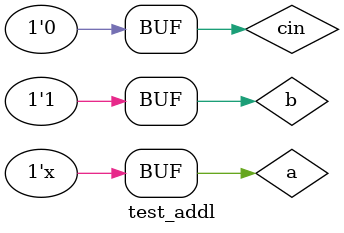
<source format=v>
module test_addl;

reg a,b,cin;

addl taddl(a,b,cin,sum,cout);

initial begin
a = 0;
b = 1;
cin = 0;
end

always #10 a = ~a;

endmodule
</source>
